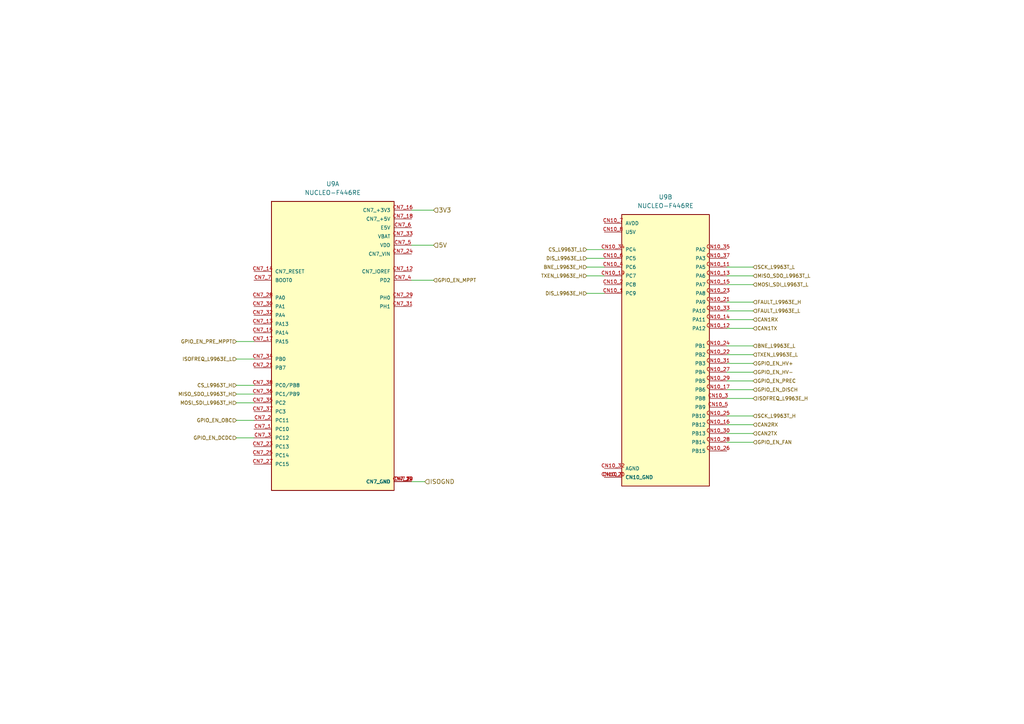
<source format=kicad_sch>
(kicad_sch (version 20250114) (generator "eeschema") (generator_version "9.0")
  (paper "A4")
  (title_block (title "MCU pin connection") (date "2025-09-20") (rev "6.0"))
  (lib_symbols
    (symbol "NUCLEO-F446RE:NUCLEO-F446RE" (pin_names (offset 1.016))
      (property "Reference" "U" (at -17.78 41.91 0))
      (property "Value" "NUCLEO-F446RE" (at -17.78 -44.45 0))
      (symbol "NUCLEO-F446RE_1_0"
        (rectangle (start -17.78 -43.18) (end 17.78 40.64) (stroke (width 0.254)) (fill (type background)))
        (pin bidirectional line (at -22.86 20.32 0) (length 5.08) (name "CN7_RESET") (number "CN7_14"))
        (pin bidirectional line (at -22.86 17.78 0) (length 5.08) (name "BOOT0") (number "CN7_7"))
        (pin bidirectional line (at -22.86 12.7 0) (length 5.08) (name "PA0") (number "CN7_28"))
        (pin bidirectional line (at -22.86 10.16 0) (length 5.08) (name "PA1") (number "CN7_30"))
        (pin bidirectional line (at -22.86 7.62 0) (length 5.08) (name "PA4") (number "CN7_32"))
        (pin bidirectional line (at -22.86 5.08 0) (length 5.08) (name "PA13") (number "CN7_13"))
        (pin bidirectional line (at -22.86 2.54 0) (length 5.08) (name "PA14") (number "CN7_15"))
        (pin bidirectional line (at -22.86 0 0) (length 5.08) (name "PA15") (number "CN7_17"))
        (pin bidirectional line (at -22.86 -5.08 0) (length 5.08) (name "PB0") (number "CN7_34"))
        (pin bidirectional line (at -22.86 -7.62 0) (length 5.08) (name "PB7") (number "CN7_21"))
        (pin bidirectional line (at -22.86 -12.7 0) (length 5.08) (name "PC0/PB8") (number "CN7_38"))
        (pin bidirectional line (at -22.86 -15.24 0) (length 5.08) (name "PC1/PB9") (number "CN7_36"))
        (pin bidirectional line (at -22.86 -17.78 0) (length 5.08) (name "PC2") (number "CN7_35"))
        (pin bidirectional line (at -22.86 -20.32 0) (length 5.08) (name "PC3") (number "CN7_37"))
        (pin bidirectional line (at -22.86 -22.86 0) (length 5.08) (name "PC11") (number "CN7_2"))
        (pin bidirectional line (at -22.86 -25.4 0) (length 5.08) (name "PC10") (number "CN7_1"))
        (pin bidirectional line (at -22.86 -27.94 0) (length 5.08) (name "PC12") (number "CN7_3"))
        (pin bidirectional line (at -22.86 -30.48 0) (length 5.08) (name "PC13") (number "CN7_23"))
        (pin bidirectional line (at -22.86 -33.02 0) (length 5.08) (name "PC14") (number "CN7_25"))
        (pin bidirectional line (at -22.86 -35.56 0) (length 5.08) (name "PC15") (number "CN7_27"))
        (pin power_in line (at 22.86 38.1 180) (length 5.08) (name "CN7_+3V3") (number "CN7_16"))
        (pin power_in line (at 22.86 35.56 180) (length 5.08) (name "CN7_+5V") (number "CN7_18"))
        (pin power_in line (at 22.86 33.02 180) (length 5.08) (name "E5V") (number "CN7_6"))
        (pin power_in line (at 22.86 30.48 180) (length 5.08) (name "VBAT") (number "CN7_33"))
        (pin power_in line (at 22.86 27.94 180) (length 5.08) (name "VDD") (number "CN7_5"))
        (pin power_in line (at 22.86 25.4 180) (length 5.08) (name "CN7_VIN") (number "CN7_24"))
        (pin bidirectional line (at 22.86 20.32 180) (length 5.08) (name "CN7_IOREF") (number "CN7_12"))
        (pin bidirectional line (at 22.86 17.78 180) (length 5.08) (name "PD2") (number "CN7_4"))
        (pin bidirectional line (at 22.86 12.7 180) (length 5.08) (name "PH0") (number "CN7_29"))
        (pin bidirectional line (at 22.86 10.16 180) (length 5.08) (name "PH1") (number "CN7_31"))
        (pin power_in line (at 22.86 -40.64 180) (length 5.08) (name "CN7_GND") (number "CN7_19"))
        (pin power_in line (at 22.86 -40.64 180) (length 5.08) (name "CN7_GND") (number "CN7_20"))
        (pin power_in line (at 22.86 -40.64 180) (length 5.08) (name "CN7_GND") (number "CN7_22"))
        (pin power_in line (at 22.86 -40.64 180) (length 5.08) (name "CN7_GND") (number "CN7_8"))
      )
      (symbol "NUCLEO-F446RE_2_0"
        (rectangle (start -12.7 -40.64) (end 12.7 38.1) (stroke (width 0.254)) (fill (type background)))
        (pin bidirectional line (at -17.78 27.94 0) (length 5.08) (name "PA2") (number "CN10_35"))
        (pin bidirectional line (at -17.78 25.4 0) (length 5.08) (name "PA3") (number "CN10_37"))
        (pin bidirectional line (at -17.78 22.86 0) (length 5.08) (name "PA5") (number "CN10_11"))
        (pin bidirectional line (at -17.78 20.32 0) (length 5.08) (name "PA6") (number "CN10_13"))
        (pin bidirectional line (at -17.78 17.78 0) (length 5.08) (name "PA7") (number "CN10_15"))
        (pin bidirectional line (at -17.78 15.24 0) (length 5.08) (name "PA8") (number "CN10_23"))
        (pin bidirectional line (at -17.78 12.7 0) (length 5.08) (name "PA9") (number "CN10_21"))
        (pin bidirectional line (at -17.78 10.16 0) (length 5.08) (name "PA10") (number "CN10_33"))
        (pin bidirectional line (at -17.78 7.62 0) (length 5.08) (name "PA11") (number "CN10_14"))
        (pin bidirectional line (at -17.78 5.08 0) (length 5.08) (name "PA12") (number "CN10_12"))
        (pin bidirectional line (at -17.78 0 0) (length 5.08) (name "PB1") (number "CN10_24"))
        (pin bidirectional line (at -17.78 -2.54 0) (length 5.08) (name "PB2") (number "CN10_22"))
        (pin bidirectional line (at -17.78 -5.08 0) (length 5.08) (name "PB3") (number "CN10_31"))
        (pin bidirectional line (at -17.78 -7.62 0) (length 5.08) (name "PB4") (number "CN10_27"))
        (pin bidirectional line (at -17.78 -10.16 0) (length 5.08) (name "PB5") (number "CN10_29"))
        (pin bidirectional line (at -17.78 -12.7 0) (length 5.08) (name "PB6") (number "CN10_17"))
        (pin bidirectional line (at -17.78 -15.24 0) (length 5.08) (name "PB8") (number "CN10_3"))
        (pin bidirectional line (at -17.78 -17.78 0) (length 5.08) (name "PB9") (number "CN10_5"))
        (pin bidirectional line (at -17.78 -20.32 0) (length 5.08) (name "PB10") (number "CN10_25"))
        (pin bidirectional line (at -17.78 -22.86 0) (length 5.08) (name "PB12") (number "CN10_16"))
        (pin bidirectional line (at -17.78 -25.4 0) (length 5.08) (name "PB13") (number "CN10_30"))
        (pin bidirectional line (at -17.78 -27.94 0) (length 5.08) (name "PB14") (number "CN10_28"))
        (pin bidirectional line (at -17.78 -30.48 0) (length 5.08) (name "PB15") (number "CN10_26"))
        (pin power_in line (at 17.78 35.56 180) (length 5.08) (name "AVDD") (number "CN10_7"))
        (pin power_in line (at 17.78 33.02 180) (length 5.08) (name "U5V") (number "CN10_8"))
        (pin bidirectional line (at 17.78 27.94 180) (length 5.08) (name "PC4") (number "CN10_34"))
        (pin bidirectional line (at 17.78 25.4 180) (length 5.08) (name "PC5") (number "CN10_6"))
        (pin bidirectional line (at 17.78 22.86 180) (length 5.08) (name "PC6") (number "CN10_4"))
        (pin bidirectional line (at 17.78 20.32 180) (length 5.08) (name "PC7") (number "CN10_19"))
        (pin bidirectional line (at 17.78 17.78 180) (length 5.08) (name "PC8") (number "CN10_2"))
        (pin bidirectional line (at 17.78 15.24 180) (length 5.08) (name "PC9") (number "CN10_1"))
        (pin power_in line (at 17.78 -35.56 180) (length 5.08) (name "AGND") (number "CN10_32"))
        (pin power_in line (at 17.78 -38.1 180) (length 5.08) (name "CN10_GND") (number "CN10_20"))
        (pin power_in line (at 17.78 -38.1 180) (length 5.08) (name "CN10_GND") (number "CN10_9"))
      )
      (symbol "NUCLEO-F446RE_3_0"
        (rectangle (start -15.24 -12.7) (end 15.24 10.16) (stroke (width 0.254)) (fill (type background)))
        (pin bidirectional line (at -20.32 -2.54 0) (length 5.08) (name "CN6_RESET") (number "CN6_3"))
        (pin bidirectional line (at -20.32 -5.08 0) (length 5.08) (name "CN6_IOREF") (number "CN6_2"))
        (pin power_in line (at 20.32 7.62 180) (length 5.08) (name "CN6_VIN") (number "CN6_8"))
        (pin power_in line (at 20.32 5.08 180) (length 5.08) (name "CN6_+5V") (number "CN6_5"))
        (pin power_in line (at 20.32 2.54 180) (length 5.08) (name "CN6_+3V3") (number "CN6_4"))
        (pin power_in line (at 20.32 -10.16 180) (length 5.08) (name "CN6_GND") (number "CN6_6"))
        (pin power_in line (at 20.32 -10.16 180) (length 5.08) (name "CN6_GND") (number "CN6_7"))
      )
      (symbol "NUCLEO-F446RE_4_0"
        (rectangle (start -5.08 -12.7) (end 5.08 12.7) (stroke (width 0.254)) (fill (type background)))
        (pin input line (at -10.16 10.16 0) (length 5.08) (name "D0") (number "CN9_1"))
        (pin output line (at -10.16 7.62 0) (length 5.08) (name "D1") (number "CN9_2"))
        (pin bidirectional line (at -10.16 2.54 0) (length 5.08) (name "D2") (number "CN9_3"))
        (pin bidirectional line (at -10.16 0 0) (length 5.08) (name "D3") (number "CN9_4"))
        (pin bidirectional line (at -10.16 -2.54 0) (length 5.08) (name "D4") (number "CN9_5"))
        (pin bidirectional line (at -10.16 -5.08 0) (length 5.08) (name "D5") (number "CN9_6"))
        (pin bidirectional line (at -10.16 -7.62 0) (length 5.08) (name "D6") (number "CN9_7"))
        (pin bidirectional line (at -10.16 -10.16 0) (length 5.08) (name "D7") (number "CN9_8"))
      )
      (symbol "NUCLEO-F446RE_5_0"
        (rectangle (start -5.08 -10.16) (end 5.08 7.62) (stroke (width 0.254)) (fill (type background)))
        (pin input line (at -10.16 5.08 0) (length 5.08) (name "A0") (number "CN8_1"))
        (pin input line (at -10.16 2.54 0) (length 5.08) (name "A1") (number "CN8_2"))
        (pin input line (at -10.16 0 0) (length 5.08) (name "A2") (number "CN8_3"))
        (pin input line (at -10.16 -2.54 0) (length 5.08) (name "A3") (number "CN8_4"))
        (pin input line (at -10.16 -5.08 0) (length 5.08) (name "A4") (number "CN8_5"))
        (pin input line (at -10.16 -7.62 0) (length 5.08) (name "A5") (number "CN8_6"))
      )
      (symbol "NUCLEO-F446RE_6_0"
        (rectangle (start -10.16 -17.78) (end 10.16 15.24) (stroke (width 0.254)) (fill (type background)))
        (pin bidirectional line (at -15.24 7.62 0) (length 5.08) (name "D8") (number "CN5_1"))
        (pin bidirectional line (at -15.24 5.08 0) (length 5.08) (name "D9") (number "CN5_2"))
        (pin bidirectional line (at -15.24 2.54 0) (length 5.08) (name "D10") (number "CN5_3"))
        (pin bidirectional line (at -15.24 0 0) (length 5.08) (name "D11") (number "CN5_4"))
        (pin bidirectional line (at -15.24 -2.54 0) (length 5.08) (name "D12") (number "CN5_5"))
        (pin bidirectional clock (at -15.24 -5.08 0) (length 5.08) (name "D13") (number "CN5_6"))
        (pin bidirectional line (at -15.24 -7.62 0) (length 5.08) (name "D14") (number "CN5_9"))
        (pin bidirectional clock (at -15.24 -10.16 0) (length 5.08) (name "D15") (number "CN5_10"))
        (pin power_in line (at 15.24 12.7 180) (length 5.08) (name "AREF") (number "CN5_8"))
        (pin power_in line (at 15.24 -15.24 180) (length 5.08) (name "CN5_GND") (number "CN5_7"))
      )
    )
  )
  (wire (pts (xy 218.44 80.01) (xy 210.82 80.01)))
  (wire (pts (xy 218.44 110.49) (xy 210.82 110.49)))
  (wire (pts (xy 125.73 60.96) (xy 119.38 60.96)))
  (wire (pts (xy 218.44 105.41) (xy 210.82 105.41)))
  (wire (pts (xy 218.44 87.63) (xy 210.82 87.63)))
  (wire (pts (xy 218.44 107.95) (xy 210.82 107.95)))
  (wire (pts (xy 170.18 80.01) (xy 175.26 80.01)))
  (wire (pts (xy 170.18 72.39) (xy 175.26 72.39)))
  (wire (pts (xy 218.44 100.33) (xy 210.82 100.33)))
  (wire (pts (xy 68.58 99.06) (xy 73.66 99.06)))
  (wire (pts (xy 218.44 77.47) (xy 210.82 77.47)))
  (wire (pts (xy 218.44 102.87) (xy 210.82 102.87)))
  (wire (pts (xy 218.44 128.27) (xy 210.82 128.27)))
  (wire (pts (xy 125.73 71.12) (xy 119.38 71.12)))
  (wire (pts (xy 218.44 125.73) (xy 210.82 125.73)))
  (wire (pts (xy 68.58 121.92) (xy 73.66 121.92)))
  (wire (pts (xy 125.73 81.28) (xy 119.38 81.28)))
  (wire (pts (xy 170.18 85.09) (xy 175.26 85.09)))
  (wire (pts (xy 123.19 139.7) (xy 119.38 139.7)))
  (wire (pts (xy 218.44 113.03) (xy 210.82 113.03)))
  (wire (pts (xy 218.44 82.55) (xy 210.82 82.55)))
  (wire (pts (xy 170.18 74.93) (xy 175.26 74.93)))
  (wire (pts (xy 218.44 90.17) (xy 210.82 90.17)))
  (wire (pts (xy 68.58 127) (xy 73.66 127)))
  (wire (pts (xy 218.44 115.57) (xy 210.82 115.57)))
  (wire (pts (xy 218.44 123.19) (xy 210.82 123.19)))
  (wire (pts (xy 218.44 95.25) (xy 210.82 95.25)))
  (wire (pts (xy 68.58 116.84) (xy 73.66 116.84)))
  (wire (pts (xy 68.58 111.76) (xy 73.66 111.76)))
  (wire (pts (xy 218.44 92.71) (xy 210.82 92.71)))
  (wire (pts (xy 68.58 104.14) (xy 73.66 104.14)))
  (wire (pts (xy 68.58 114.3) (xy 73.66 114.3)))
  (wire (pts (xy 170.18 77.47) (xy 175.26 77.47)))
  (wire (pts (xy 218.44 120.65) (xy 210.82 120.65)))
  (hierarchical_label "GPIO_EN_HV-" (shape input) (at 218.44 107.95 0) (effects (font (size 1.016 1.016))))
  (hierarchical_label "GPIO_EN_PRE_MPPT" (shape input) (at 68.58 99.06 180) (effects (font (size 1.016 1.016))))
  (hierarchical_label "MISO_SDO_L9963T_H" (shape input) (at 68.58 114.3 180) (effects (font (size 1.016 1.016))))
  (hierarchical_label "5V" (shape input) (at 125.73 71.12 0))
  (hierarchical_label "GPIO_EN_PREC" (shape input) (at 218.44 110.49 0) (effects (font (size 1.016 1.016))))
  (hierarchical_label "GPIO_EN_DCDC" (shape input) (at 68.58 127 180) (effects (font (size 1.016 1.016))))
  (hierarchical_label "CAN2RX" (shape input) (at 218.44 123.19 0) (effects (font (size 1.016 1.016))))
  (hierarchical_label "TXEN_L9963E_L" (shape input) (at 218.44 102.87 0) (effects (font (size 1.016 1.016))))
  (hierarchical_label "GPIO_EN_FAN" (shape input) (at 218.44 128.27 0) (effects (font (size 1.016 1.016))))
  (hierarchical_label "BNE_L9963E_H" (shape input) (at 170.18 77.47 180) (effects (font (size 1.016 1.016))))
  (hierarchical_label "CS_L9963T_L" (shape input) (at 170.18 72.39 180) (effects (font (size 1.016 1.016))))
  (hierarchical_label "BNE_L9963E_L" (shape input) (at 218.44 100.33 0) (effects (font (size 1.016 1.016))))
  (hierarchical_label "SCK_L9963T_H" (shape input) (at 218.44 120.65 0) (effects (font (size 1.016 1.016))))
  (hierarchical_label "ISOFREQ_L9963E_H" (shape input) (at 218.44 115.57 0) (effects (font (size 1.016 1.016))))
  (hierarchical_label "CAN1RX" (shape input) (at 218.44 92.71 0) (effects (font (size 1.016 1.016))))
  (hierarchical_label "MOSI_SDI_L9963T_H" (shape input) (at 68.58 116.84 180) (effects (font (size 1.016 1.016))))
  (hierarchical_label "SCK_L9963T_L" (shape input) (at 218.44 77.47 0) (effects (font (size 1.016 1.016))))
  (hierarchical_label "3V3" (shape input) (at 125.73 60.96 0))
  (hierarchical_label "FAULT_L9963E_L" (shape input) (at 218.44 90.17 0) (effects (font (size 1.016 1.016))))
  (hierarchical_label "ISOGND" (shape input) (at 123.19 139.7 0))
  (hierarchical_label "TXEN_L9963E_H" (shape input) (at 170.18 80.01 180) (effects (font (size 1.016 1.016))))
  (hierarchical_label "CS_L9963T_H" (shape input) (at 68.58 111.76 180) (effects (font (size 1.016 1.016))))
  (hierarchical_label "FAULT_L9963E_H" (shape input) (at 218.44 87.63 0) (effects (font (size 1.016 1.016))))
  (hierarchical_label "GPIO_EN_HV+" (shape input) (at 218.44 105.41 0) (effects (font (size 1.016 1.016))))
  (hierarchical_label "GPIO_EN_OBC" (shape input) (at 68.58 121.92 180) (effects (font (size 1.016 1.016))))
  (hierarchical_label "MISO_SDO_L9963T_L" (shape input) (at 218.44 80.01 0) (effects (font (size 1.016 1.016))))
  (hierarchical_label "CAN2TX" (shape input) (at 218.44 125.73 0) (effects (font (size 1.016 1.016))))
  (hierarchical_label "ISOFREQ_L9963E_L" (shape input) (at 68.58 104.14 180) (effects (font (size 1.016 1.016))))
  (hierarchical_label "DIS_L9963E_H" (shape input) (at 170.18 85.09 180) (effects (font (size 1.016 1.016))))
  (hierarchical_label "MOSI_SDI_L9963T_L" (shape input) (at 218.44 82.55 0) (effects (font (size 1.016 1.016))))
  (hierarchical_label "GPIO_EN_MPPT" (shape input) (at 125.73 81.28 0) (effects (font (size 1.016 1.016))))
  (hierarchical_label "GPIO_EN_DISCH" (shape input) (at 218.44 113.03 0) (effects (font (size 1.016 1.016))))
  (hierarchical_label "CAN1TX" (shape input) (at 218.44 95.25 0) (effects (font (size 1.016 1.016))))
  (hierarchical_label "DIS_L9963E_L" (shape input) (at 170.18 74.93 180) (effects (font (size 1.016 1.016))))
  (symbol (lib_id "NUCLEO-F446RE:NUCLEO-F446RE") (at 96.52 99.06 0) (unit 1)
    (property "Reference" "U9" (at 96.52 53.34 0))
    (property "Value" "NUCLEO-F446RE" (at 96.52 55.88 0))
    (property "Footprint" "NUCLEO-F446RE:MODULE_NUCLEO-F446RE" (effects (hide yes)))
    (property "MF" "STMicroelectronics" (effects (hide yes)))
    (property "Package" "None" (effects (hide yes)))
    (property "Price" "None" (effects (hide yes)))
    (property "Check_prices" "https://www.snapeda.com/parts/NUCLEO-F446RE/STMicroelectronics/view-part/?ref=eda" (effects (hide yes)))
    (property "STANDARD" "Manufacturer Recommendations" (effects (hide yes)))
    (property "PARTREV" "13" (effects (hide yes)))
    (property "SnapEDA_Link" "https://www.snapeda.com/parts/NUCLEO-F446RE/STMicroelectronics/view-part/?ref=snap" (effects (hide yes)))
    (property "MP" "NUCLEO-F446RE" (effects (hide yes)))
    (property "Description_1" "STM32F446RE, mbed-Enabled Development Nucleo-64 STM32F4 ARM® Cortex®-M4 MCU 32-Bit Embedded Evaluation Board" (effects (hide yes)))
    (property "Availability" "In Stock" (effects (hide yes)))
    (property "MANUFACTURER" "STMicroelectronics" (effects (hide yes)))
  )
  (symbol (lib_id "NUCLEO-F446RE:NUCLEO-F446RE") (at 193.04 100.33 0) (mirror y) (unit 2)
    (property "Reference" "U9" (at 193.04 57.15 0))
    (property "Value" "NUCLEO-F446RE" (at 193.04 59.69 0))
    (property "Footprint" "NUCLEO-F446RE:MODULE_NUCLEO-F446RE" (effects (hide yes)))
    (property "MF" "STMicroelectronics" (effects (hide yes)))
    (property "Package" "None" (effects (hide yes)))
    (property "Price" "None" (effects (hide yes)))
    (property "Check_prices" "https://www.snapeda.com/parts/NUCLEO-F446RE/STMicroelectronics/view-part/?ref=eda" (effects (hide yes)))
    (property "STANDARD" "Manufacturer Recommendations" (effects (hide yes)))
    (property "PARTREV" "13" (effects (hide yes)))
    (property "SnapEDA_Link" "https://www.snapeda.com/parts/NUCLEO-F446RE/STMicroelectronics/view-part/?ref=snap" (effects (hide yes)))
    (property "MP" "NUCLEO-F446RE" (effects (hide yes)))
    (property "Description_1" "STM32F446RE, mbed-Enabled Development Nucleo-64 STM32F4 ARM® Cortex®-M4 MCU 32-Bit Embedded Evaluation Board" (effects (hide yes)))
    (property "Availability" "In Stock" (effects (hide yes)))
    (property "MANUFACTURER" "STMicroelectronics" (effects (hide yes)))
  )
)
</source>
